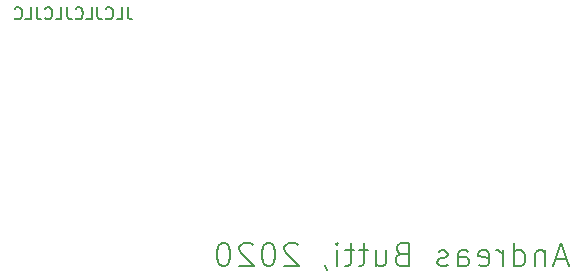
<source format=gbr>
%TF.GenerationSoftware,KiCad,Pcbnew,5.1.6-c6e7f7d~87~ubuntu18.04.1*%
%TF.CreationDate,2020-08-16T10:53:22+02:00*%
%TF.ProjectId,Elektronik,456c656b-7472-46f6-9e69-6b2e6b696361,rev?*%
%TF.SameCoordinates,Original*%
%TF.FileFunction,Legend,Bot*%
%TF.FilePolarity,Positive*%
%FSLAX46Y46*%
G04 Gerber Fmt 4.6, Leading zero omitted, Abs format (unit mm)*
G04 Created by KiCad (PCBNEW 5.1.6-c6e7f7d~87~ubuntu18.04.1) date 2020-08-16 10:53:22*
%MOMM*%
%LPD*%
G01*
G04 APERTURE LIST*
%ADD10C,0.150000*%
G04 APERTURE END LIST*
D10*
X89025500Y-213185333D02*
X88073119Y-213185333D01*
X89215976Y-213756761D02*
X88549309Y-211756761D01*
X87882642Y-213756761D01*
X87215976Y-212423428D02*
X87215976Y-213756761D01*
X87215976Y-212613904D02*
X87120738Y-212518666D01*
X86930261Y-212423428D01*
X86644547Y-212423428D01*
X86454071Y-212518666D01*
X86358833Y-212709142D01*
X86358833Y-213756761D01*
X84549309Y-213756761D02*
X84549309Y-211756761D01*
X84549309Y-213661523D02*
X84739785Y-213756761D01*
X85120738Y-213756761D01*
X85311214Y-213661523D01*
X85406452Y-213566285D01*
X85501690Y-213375809D01*
X85501690Y-212804380D01*
X85406452Y-212613904D01*
X85311214Y-212518666D01*
X85120738Y-212423428D01*
X84739785Y-212423428D01*
X84549309Y-212518666D01*
X83596928Y-213756761D02*
X83596928Y-212423428D01*
X83596928Y-212804380D02*
X83501690Y-212613904D01*
X83406452Y-212518666D01*
X83215976Y-212423428D01*
X83025500Y-212423428D01*
X81596928Y-213661523D02*
X81787404Y-213756761D01*
X82168357Y-213756761D01*
X82358833Y-213661523D01*
X82454071Y-213471047D01*
X82454071Y-212709142D01*
X82358833Y-212518666D01*
X82168357Y-212423428D01*
X81787404Y-212423428D01*
X81596928Y-212518666D01*
X81501690Y-212709142D01*
X81501690Y-212899619D01*
X82454071Y-213090095D01*
X79787404Y-213756761D02*
X79787404Y-212709142D01*
X79882642Y-212518666D01*
X80073119Y-212423428D01*
X80454071Y-212423428D01*
X80644547Y-212518666D01*
X79787404Y-213661523D02*
X79977880Y-213756761D01*
X80454071Y-213756761D01*
X80644547Y-213661523D01*
X80739785Y-213471047D01*
X80739785Y-213280571D01*
X80644547Y-213090095D01*
X80454071Y-212994857D01*
X79977880Y-212994857D01*
X79787404Y-212899619D01*
X78930261Y-213661523D02*
X78739785Y-213756761D01*
X78358833Y-213756761D01*
X78168357Y-213661523D01*
X78073119Y-213471047D01*
X78073119Y-213375809D01*
X78168357Y-213185333D01*
X78358833Y-213090095D01*
X78644547Y-213090095D01*
X78835023Y-212994857D01*
X78930261Y-212804380D01*
X78930261Y-212709142D01*
X78835023Y-212518666D01*
X78644547Y-212423428D01*
X78358833Y-212423428D01*
X78168357Y-212518666D01*
X75025500Y-212709142D02*
X74739785Y-212804380D01*
X74644547Y-212899619D01*
X74549309Y-213090095D01*
X74549309Y-213375809D01*
X74644547Y-213566285D01*
X74739785Y-213661523D01*
X74930261Y-213756761D01*
X75692166Y-213756761D01*
X75692166Y-211756761D01*
X75025500Y-211756761D01*
X74835023Y-211852000D01*
X74739785Y-211947238D01*
X74644547Y-212137714D01*
X74644547Y-212328190D01*
X74739785Y-212518666D01*
X74835023Y-212613904D01*
X75025500Y-212709142D01*
X75692166Y-212709142D01*
X72835023Y-212423428D02*
X72835023Y-213756761D01*
X73692166Y-212423428D02*
X73692166Y-213471047D01*
X73596928Y-213661523D01*
X73406452Y-213756761D01*
X73120738Y-213756761D01*
X72930261Y-213661523D01*
X72835023Y-213566285D01*
X72168357Y-212423428D02*
X71406452Y-212423428D01*
X71882642Y-211756761D02*
X71882642Y-213471047D01*
X71787404Y-213661523D01*
X71596928Y-213756761D01*
X71406452Y-213756761D01*
X71025500Y-212423428D02*
X70263595Y-212423428D01*
X70739785Y-211756761D02*
X70739785Y-213471047D01*
X70644547Y-213661523D01*
X70454071Y-213756761D01*
X70263595Y-213756761D01*
X69596928Y-213756761D02*
X69596928Y-212423428D01*
X69596928Y-211756761D02*
X69692166Y-211852000D01*
X69596928Y-211947238D01*
X69501690Y-211852000D01*
X69596928Y-211756761D01*
X69596928Y-211947238D01*
X68549309Y-213661523D02*
X68549309Y-213756761D01*
X68644547Y-213947238D01*
X68739785Y-214042476D01*
X66263595Y-211947238D02*
X66168357Y-211852000D01*
X65977880Y-211756761D01*
X65501690Y-211756761D01*
X65311214Y-211852000D01*
X65215976Y-211947238D01*
X65120738Y-212137714D01*
X65120738Y-212328190D01*
X65215976Y-212613904D01*
X66358833Y-213756761D01*
X65120738Y-213756761D01*
X63882642Y-211756761D02*
X63692166Y-211756761D01*
X63501690Y-211852000D01*
X63406452Y-211947238D01*
X63311214Y-212137714D01*
X63215976Y-212518666D01*
X63215976Y-212994857D01*
X63311214Y-213375809D01*
X63406452Y-213566285D01*
X63501690Y-213661523D01*
X63692166Y-213756761D01*
X63882642Y-213756761D01*
X64073119Y-213661523D01*
X64168357Y-213566285D01*
X64263595Y-213375809D01*
X64358833Y-212994857D01*
X64358833Y-212518666D01*
X64263595Y-212137714D01*
X64168357Y-211947238D01*
X64073119Y-211852000D01*
X63882642Y-211756761D01*
X62454071Y-211947238D02*
X62358833Y-211852000D01*
X62168357Y-211756761D01*
X61692166Y-211756761D01*
X61501690Y-211852000D01*
X61406452Y-211947238D01*
X61311214Y-212137714D01*
X61311214Y-212328190D01*
X61406452Y-212613904D01*
X62549309Y-213756761D01*
X61311214Y-213756761D01*
X60073119Y-211756761D02*
X59882642Y-211756761D01*
X59692166Y-211852000D01*
X59596928Y-211947238D01*
X59501690Y-212137714D01*
X59406452Y-212518666D01*
X59406452Y-212994857D01*
X59501690Y-213375809D01*
X59596928Y-213566285D01*
X59692166Y-213661523D01*
X59882642Y-213756761D01*
X60073119Y-213756761D01*
X60263595Y-213661523D01*
X60358833Y-213566285D01*
X60454071Y-213375809D01*
X60549309Y-212994857D01*
X60549309Y-212518666D01*
X60454071Y-212137714D01*
X60358833Y-211947238D01*
X60263595Y-211852000D01*
X60073119Y-211756761D01*
X51863047Y-191857380D02*
X51863047Y-192571666D01*
X51910666Y-192714523D01*
X52005904Y-192809761D01*
X52148761Y-192857380D01*
X52244000Y-192857380D01*
X50910666Y-192857380D02*
X51386857Y-192857380D01*
X51386857Y-191857380D01*
X50005904Y-192762142D02*
X50053523Y-192809761D01*
X50196380Y-192857380D01*
X50291619Y-192857380D01*
X50434476Y-192809761D01*
X50529714Y-192714523D01*
X50577333Y-192619285D01*
X50624952Y-192428809D01*
X50624952Y-192285952D01*
X50577333Y-192095476D01*
X50529714Y-192000238D01*
X50434476Y-191905000D01*
X50291619Y-191857380D01*
X50196380Y-191857380D01*
X50053523Y-191905000D01*
X50005904Y-191952619D01*
X49291619Y-191857380D02*
X49291619Y-192571666D01*
X49339238Y-192714523D01*
X49434476Y-192809761D01*
X49577333Y-192857380D01*
X49672571Y-192857380D01*
X48339238Y-192857380D02*
X48815428Y-192857380D01*
X48815428Y-191857380D01*
X47434476Y-192762142D02*
X47482095Y-192809761D01*
X47624952Y-192857380D01*
X47720190Y-192857380D01*
X47863047Y-192809761D01*
X47958285Y-192714523D01*
X48005904Y-192619285D01*
X48053523Y-192428809D01*
X48053523Y-192285952D01*
X48005904Y-192095476D01*
X47958285Y-192000238D01*
X47863047Y-191905000D01*
X47720190Y-191857380D01*
X47624952Y-191857380D01*
X47482095Y-191905000D01*
X47434476Y-191952619D01*
X46720190Y-191857380D02*
X46720190Y-192571666D01*
X46767809Y-192714523D01*
X46863047Y-192809761D01*
X47005904Y-192857380D01*
X47101142Y-192857380D01*
X45767809Y-192857380D02*
X46244000Y-192857380D01*
X46244000Y-191857380D01*
X44863047Y-192762142D02*
X44910666Y-192809761D01*
X45053523Y-192857380D01*
X45148761Y-192857380D01*
X45291619Y-192809761D01*
X45386857Y-192714523D01*
X45434476Y-192619285D01*
X45482095Y-192428809D01*
X45482095Y-192285952D01*
X45434476Y-192095476D01*
X45386857Y-192000238D01*
X45291619Y-191905000D01*
X45148761Y-191857380D01*
X45053523Y-191857380D01*
X44910666Y-191905000D01*
X44863047Y-191952619D01*
X44148761Y-191857380D02*
X44148761Y-192571666D01*
X44196380Y-192714523D01*
X44291619Y-192809761D01*
X44434476Y-192857380D01*
X44529714Y-192857380D01*
X43196380Y-192857380D02*
X43672571Y-192857380D01*
X43672571Y-191857380D01*
X42291619Y-192762142D02*
X42339238Y-192809761D01*
X42482095Y-192857380D01*
X42577333Y-192857380D01*
X42720190Y-192809761D01*
X42815428Y-192714523D01*
X42863047Y-192619285D01*
X42910666Y-192428809D01*
X42910666Y-192285952D01*
X42863047Y-192095476D01*
X42815428Y-192000238D01*
X42720190Y-191905000D01*
X42577333Y-191857380D01*
X42482095Y-191857380D01*
X42339238Y-191905000D01*
X42291619Y-191952619D01*
M02*

</source>
